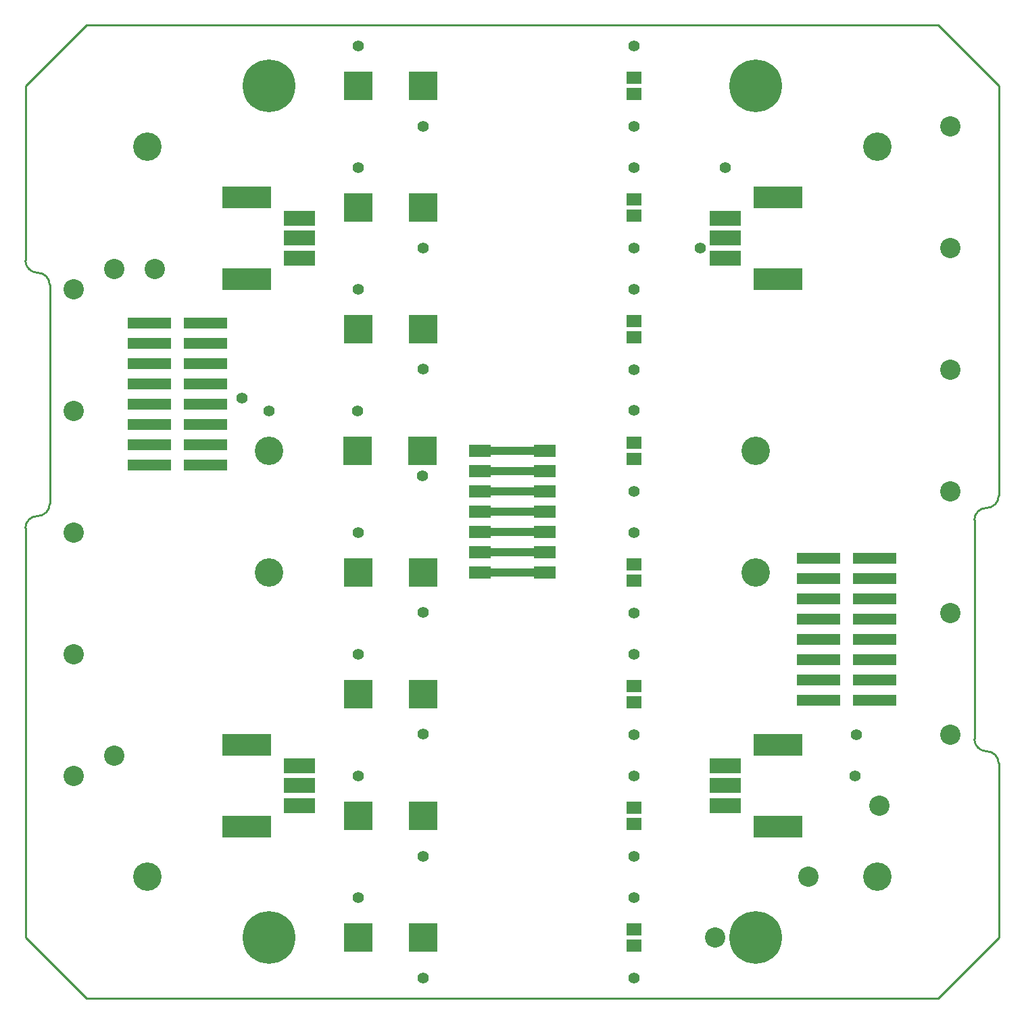
<source format=gbs>
G04 #@! TF.FileFunction,Soldermask,Bot*
%FSLAX46Y46*%
G04 Gerber Fmt 4.6, Leading zero omitted, Abs format (unit mm)*
G04 Created by KiCad (PCBNEW 0.201504161001+5603~22~ubuntu14.10.1-product) date Fri Apr 17 18:25:39 2015*
%MOMM*%
G01*
G04 APERTURE LIST*
%ADD10C,0.152400*%
%ADD11C,0.254000*%
%ADD12R,5.508000X1.408000*%
%ADD13R,2.708000X1.524000*%
%ADD14R,3.508000X1.008000*%
%ADD15R,3.556000X3.556000*%
%ADD16R,3.908000X1.908000*%
%ADD17R,6.108000X2.808000*%
%ADD18R,1.930400X1.574800*%
%ADD19C,3.556000*%
%ADD20C,6.604000*%
%ADD21C,2.540000*%
%ADD22C,1.397000*%
G04 APERTURE END LIST*
D10*
D11*
X147320000Y-33020000D02*
X139700000Y-25400000D01*
X147320000Y-139700000D02*
X139700000Y-147320000D01*
X25400000Y-139700000D02*
X33020000Y-147320000D01*
X33020000Y-25400000D02*
X25400000Y-33020000D01*
X147320000Y-117856000D02*
G75*
G03X145796000Y-116332000I-1524000J0D01*
G01*
X144272000Y-114808000D02*
G75*
G03X145796000Y-116332000I1524000J0D01*
G01*
X145796000Y-85852000D02*
G75*
G03X144272000Y-87376000I0J-1524000D01*
G01*
X145796000Y-85852000D02*
G75*
G03X147320000Y-84328000I0J1524000D01*
G01*
X25400000Y-54864000D02*
G75*
G03X26924000Y-56388000I1524000J0D01*
G01*
X28448000Y-57912000D02*
G75*
G03X26924000Y-56388000I-1524000J0D01*
G01*
X26924000Y-86868000D02*
G75*
G03X25400000Y-88392000I0J-1524000D01*
G01*
X26924000Y-86868000D02*
G75*
G03X28448000Y-85344000I0J1524000D01*
G01*
X147320000Y-84328000D02*
X147320000Y-33020000D01*
X147320000Y-117856000D02*
X147320000Y-139700000D01*
X25400000Y-88392000D02*
X25400000Y-139700000D01*
X25400000Y-54864000D02*
X25400000Y-33020000D01*
X144272000Y-101092000D02*
X144272000Y-114808000D01*
X144272000Y-101092000D02*
X144272000Y-87376000D01*
X28448000Y-71628000D02*
X28448000Y-85344000D01*
X28448000Y-71628000D02*
X28448000Y-57912000D01*
X139700000Y-147320000D02*
X33020000Y-147320000D01*
X33020000Y-25400000D02*
X139700000Y-25400000D01*
D12*
X124770000Y-92202000D03*
X131770000Y-92202000D03*
X131770000Y-94742000D03*
X124770000Y-94742000D03*
X131770000Y-97282000D03*
X124770000Y-97282000D03*
X131770000Y-99822000D03*
X124770000Y-99822000D03*
X131770000Y-102362000D03*
X124770000Y-102362000D03*
X131770000Y-104902000D03*
X124770000Y-104902000D03*
X131770000Y-107442000D03*
X124770000Y-107442000D03*
X131770000Y-109982000D03*
X124770000Y-109982000D03*
X40950000Y-62738000D03*
X47950000Y-62738000D03*
X47950000Y-65278000D03*
X40950000Y-65278000D03*
X47950000Y-67818000D03*
X40950000Y-67818000D03*
X47950000Y-70358000D03*
X40950000Y-70358000D03*
X47950000Y-72898000D03*
X40950000Y-72898000D03*
X47950000Y-75438000D03*
X40950000Y-75438000D03*
X47950000Y-77978000D03*
X40950000Y-77978000D03*
X47950000Y-80518000D03*
X40950000Y-80518000D03*
D13*
X90424000Y-78740000D03*
X82296000Y-78740000D03*
D14*
X84860000Y-78740000D03*
X87860000Y-78740000D03*
D13*
X90424000Y-81280000D03*
X82296000Y-81280000D03*
D14*
X84860000Y-81280000D03*
X87860000Y-81280000D03*
D13*
X90424000Y-83820000D03*
X82296000Y-83820000D03*
D14*
X84860000Y-83820000D03*
X87860000Y-83820000D03*
D13*
X90424000Y-86360000D03*
X82296000Y-86360000D03*
D14*
X84860000Y-86360000D03*
X87860000Y-86360000D03*
D13*
X90424000Y-88900000D03*
X82296000Y-88900000D03*
D14*
X84860000Y-88900000D03*
X87860000Y-88900000D03*
D13*
X90424000Y-91440000D03*
X82296000Y-91440000D03*
D14*
X84860000Y-91440000D03*
X87860000Y-91440000D03*
D13*
X90424000Y-93980000D03*
X82296000Y-93980000D03*
D14*
X84860000Y-93980000D03*
X87860000Y-93980000D03*
D15*
X75184000Y-139700000D03*
X67056000Y-139700000D03*
X75184000Y-124460000D03*
X67056000Y-124460000D03*
X75184000Y-109220000D03*
X67056000Y-109220000D03*
X75184000Y-93980000D03*
X67056000Y-93980000D03*
X75171300Y-78740000D03*
X67043300Y-78740000D03*
X75184000Y-63500000D03*
X67056000Y-63500000D03*
X75184000Y-48260000D03*
X67056000Y-48260000D03*
X75184000Y-33020000D03*
X67056000Y-33020000D03*
D16*
X59690000Y-52070000D03*
X59690000Y-54570000D03*
D17*
X53090000Y-57170000D03*
X53090000Y-46970000D03*
D16*
X59690000Y-49570000D03*
X113030000Y-52070000D03*
X113030000Y-49570000D03*
D17*
X119630000Y-46970000D03*
X119630000Y-57170000D03*
D16*
X113030000Y-54570000D03*
X59690000Y-120650000D03*
X59690000Y-123150000D03*
D17*
X53090000Y-125750000D03*
X53090000Y-115550000D03*
D16*
X59690000Y-118150000D03*
X113030000Y-120650000D03*
X113030000Y-118150000D03*
D17*
X119630000Y-115550000D03*
X119630000Y-125750000D03*
D16*
X113030000Y-123150000D03*
D18*
X101600000Y-32004000D03*
X101600000Y-34036000D03*
X101600000Y-47244000D03*
X101600000Y-49276000D03*
X101600000Y-62484000D03*
X101600000Y-64516000D03*
X101600000Y-77724000D03*
X101600000Y-79756000D03*
X101600000Y-92964000D03*
X101600000Y-94996000D03*
X101600000Y-108204000D03*
X101600000Y-110236000D03*
X101600000Y-123444000D03*
X101600000Y-125476000D03*
X101600000Y-138684000D03*
X101600000Y-140716000D03*
D19*
X132080000Y-132080000D03*
X40640000Y-132080000D03*
X116840000Y-78740000D03*
X55880000Y-78740000D03*
X116840000Y-93980000D03*
X55880000Y-93980000D03*
X132080000Y-40640000D03*
X40640000Y-40640000D03*
D20*
X55880000Y-139700000D03*
X116840000Y-139700000D03*
X55880000Y-33020000D03*
X116840000Y-33020000D03*
D19*
X116840000Y-139700000D03*
X55880000Y-139700000D03*
D21*
X36512500Y-116903500D03*
X31432500Y-119443500D03*
X123507500Y-132016500D03*
X31432500Y-104203500D03*
X132397500Y-123126500D03*
X31432500Y-88963500D03*
X141287500Y-114236500D03*
X31432500Y-73723500D03*
X141287500Y-98996500D03*
X31432500Y-58483500D03*
X141300200Y-83769200D03*
X36512500Y-55943500D03*
X141287500Y-68516500D03*
X41592500Y-55943500D03*
X141287500Y-53276500D03*
X111760000Y-139700000D03*
X141287500Y-38036500D03*
D22*
X129476500Y-114236500D03*
X101600000Y-144729200D03*
X101600000Y-129489200D03*
X101600000Y-114249200D03*
X101600000Y-99009200D03*
X101600000Y-83769200D03*
X101600000Y-68529200D03*
X101600000Y-53289200D03*
X101600000Y-38049200D03*
X75171300Y-81813400D03*
X109931200Y-53289200D03*
X75184000Y-38049200D03*
X75184000Y-53289200D03*
X75184000Y-68478400D03*
X75184000Y-98958400D03*
X75184000Y-114198400D03*
X75184000Y-129489200D03*
X75184000Y-144729200D03*
X52565300Y-72072500D03*
X101600000Y-134670800D03*
X101600000Y-119430800D03*
X101600000Y-104190800D03*
X101600000Y-88950800D03*
X101650800Y-73660000D03*
X101600000Y-58470800D03*
X101600000Y-43230800D03*
X101600000Y-27990800D03*
X67043300Y-73723500D03*
X67056000Y-27990800D03*
X67056000Y-43230800D03*
X67056000Y-58470800D03*
X67056000Y-88950800D03*
X67056000Y-104190800D03*
X67056000Y-119430800D03*
X67056000Y-134670800D03*
X129362200Y-119443500D03*
X55943500Y-73723500D03*
X113030000Y-43230800D03*
M02*

</source>
